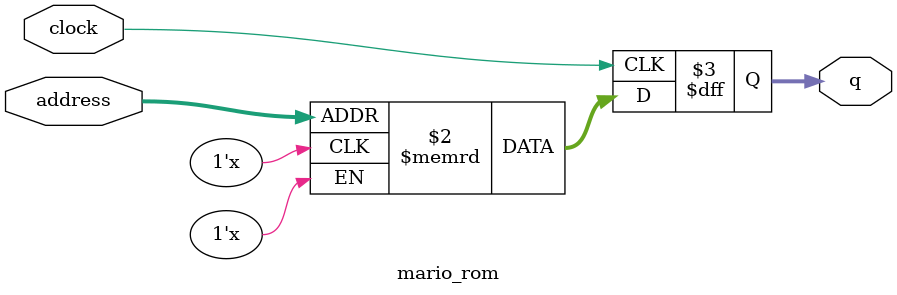
<source format=sv>
module mario_rom (
	input logic clock,
	input logic [9:0] address,
	output logic [4:0] q
);

logic [4:0] memory [0:799] /* synthesis ram_init_file = "./mario/mario.mif" */;

always_ff @ (posedge clock) begin
	q <= memory[address];
end

endmodule

</source>
